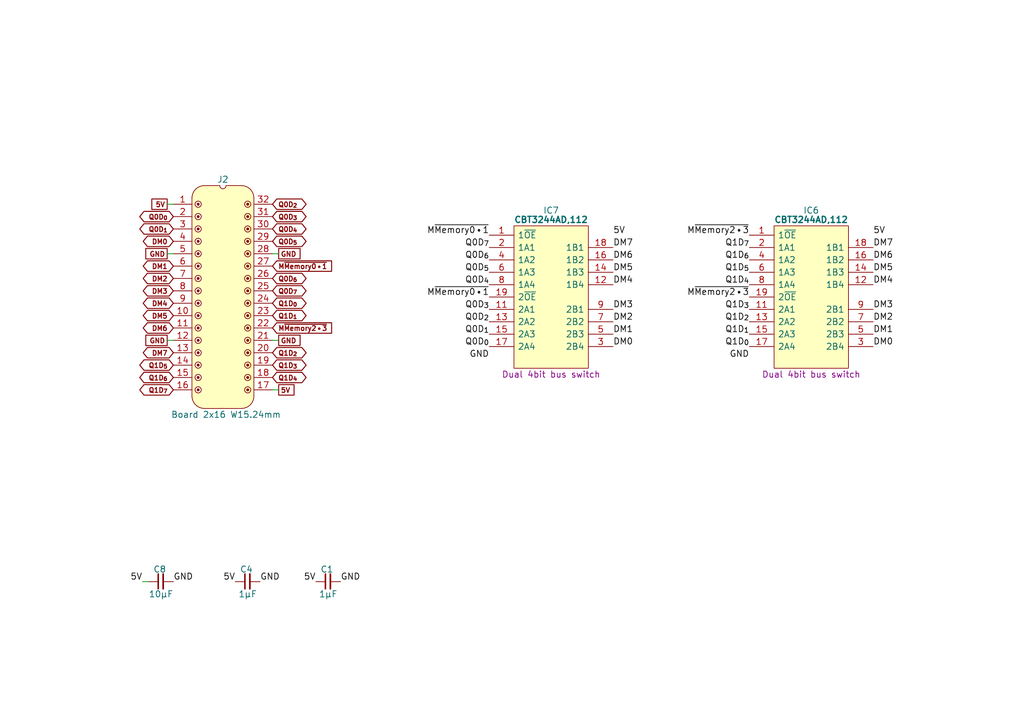
<source format=kicad_sch>
(kicad_sch (version 20250114) (generator "eeschema") (generator_version "9.0")
  (paper "A5")
  (title_block (title "Coprocessor Transceiver") (date "2025-06-17") (rev "V0"))
  (lib_symbols
    (symbol "HCP65:Board_02x16_W15.24mm" (pin_names (offset 1.016) (hide yes))
      (property "Reference" "J" (at 0 5.08 0))
      (property "Value" "Board 2x16 W15.24mm" (at 0.635 -43.18 0))
      (symbol "Board_02x16_W15.24mm_0_1"
        (polyline (pts (xy -6.35 1.27) (xy -6.35 -39.37)))
        (arc (start -3.8102 -41.9098) (mid -5.6063 -41.1659) (end -6.3502 -39.3698))
        (arc (start -6.35 1.27) (mid -5.6061 3.0661) (end -3.81 3.81))
        (polyline (pts (xy -3.81 3.81) (xy -0.635 3.81)))
        (arc (start 0.635 3.81) (mid 0 3.175) (end -0.635 3.81))
        (polyline (pts (xy 0.635 3.81) (xy 3.81 3.81)))
        (polyline (pts (xy 3.8098 -41.9098) (xy -3.81 -41.91)))
        (arc (start 3.81 3.81) (mid 5.6061 3.0661) (end 6.35 1.27))
        (arc (start 6.3498 -39.3698) (mid 5.6059 -41.1659) (end 3.8098 -41.9098))
        (polyline (pts (xy 6.35 -39.37) (xy 6.35 1.27)))
      )
      (symbol "Board_02x16_W15.24mm_1_1"
        (polyline (pts (xy -6.35 1.27) (xy -6.096 2.286) (xy -5.588 3.048) (xy -4.826 3.556) (xy -4.064 3.81) (xy -0.762 3.81) (xy -0.508 3.302) (xy 0 3.048) (xy 0 -41.91) (xy -3.81 -41.91) (xy -4.826 -41.656) (xy -5.588 -41.148) (xy -6.096 -40.386) (xy -6.35 -39.37) (xy -6.35 1.27)) (stroke (width -0.0001)) (fill (type background)))
        (circle (center -5.08 0) (radius 0.0001) (stroke (width 0.3)))
        (circle (center -5.08 0) (radius 0.635) (fill (type color) (color 255 255 255 1)))
        (circle (center -5.08 -2.54) (radius 0.0001) (stroke (width 0.3)))
        (circle (center -5.08 -2.54) (radius 0.635) (fill (type color) (color 255 255 255 1)))
        (circle (center -5.08 -5.08) (radius 0.0001) (stroke (width 0.3)))
        (circle (center -5.08 -5.08) (radius 0.635) (fill (type color) (color 255 255 255 1)))
        (circle (center -5.08 -7.62) (radius 0.0001) (stroke (width 0.3)))
        (circle (center -5.08 -7.62) (radius 0.635) (fill (type color) (color 255 255 255 1)))
        (circle (center -5.08 -10.16) (radius 0.0001) (stroke (width 0.3)))
        (circle (center -5.08 -10.16) (radius 0.635) (fill (type color) (color 255 255 255 1)))
        (circle (center -5.08 -12.7) (radius 0.0001) (stroke (width 0.3)))
        (circle (center -5.08 -12.7) (radius 0.635) (fill (type color) (color 255 255 255 1)))
        (circle (center -5.08 -15.24) (radius 0.0001) (stroke (width 0.3)))
        (circle (center -5.08 -15.24) (radius 0.635) (fill (type color) (color 255 255 255 1)))
        (circle (center -5.08 -17.78) (radius 0.0001) (stroke (width 0.3)))
        (circle (center -5.08 -17.78) (radius 0.635) (fill (type color) (color 255 255 255 1)))
        (circle (center -5.08 -20.32) (radius 0.0001) (stroke (width 0.3)))
        (circle (center -5.08 -20.32) (radius 0.635) (fill (type color) (color 255 255 255 1)))
        (circle (center -5.08 -22.86) (radius 0.0001) (stroke (width 0.3)))
        (circle (center -5.08 -22.86) (radius 0.635) (fill (type color) (color 255 255 255 1)))
        (circle (center -5.08 -25.4) (radius 0.0001) (stroke (width 0.3)))
        (circle (center -5.08 -25.4) (radius 0.635) (fill (type color) (color 255 255 255 1)))
        (circle (center -5.08 -27.94) (radius 0.0001) (stroke (width 0.3)))
        (circle (center -5.08 -27.94) (radius 0.635) (fill (type color) (color 255 255 255 1)))
        (circle (center -5.08 -30.48) (radius 0.0001) (stroke (width 0.3)))
        (circle (center -5.08 -30.48) (radius 0.635) (fill (type color) (color 255 255 255 1)))
        (circle (center -5.08 -33.02) (radius 0.0001) (stroke (width 0.3)))
        (circle (center -5.08 -33.02) (radius 0.635) (fill (type color) (color 255 255 255 1)))
        (circle (center -5.08 -35.56) (radius 0.0001) (stroke (width 0.3)))
        (circle (center -5.08 -35.56) (radius 0.635) (fill (type color) (color 255 255 255 1)))
        (circle (center -5.08 -38.1) (radius 0.0001) (stroke (width 0.3)))
        (circle (center -5.08 -38.1) (radius 0.635) (fill (type color) (color 255 255 255 1)))
        (circle (center 5.08 0) (radius 0.0001) (stroke (width 0.3)))
        (circle (center 5.08 0) (radius 0.635) (fill (type color) (color 255 255 255 1)))
        (circle (center 5.08 -2.54) (radius 0.0001) (stroke (width 0.3)))
        (circle (center 5.08 -2.54) (radius 0.635) (fill (type color) (color 255 255 255 1)))
        (circle (center 5.08 -5.08) (radius 0.0001) (stroke (width 0.3)))
        (circle (center 5.08 -5.08) (radius 0.635) (fill (type color) (color 255 255 255 1)))
        (circle (center 5.08 -7.62) (radius 0.0001) (stroke (width 0.3)))
        (circle (center 5.08 -7.62) (radius 0.635) (fill (type color) (color 255 255 255 1)))
        (circle (center 5.08 -10.16) (radius 0.0001) (stroke (width 0.3)))
        (circle (center 5.08 -10.16) (radius 0.635) (fill (type color) (color 255 255 255 1)))
        (circle (center 5.08 -12.7) (radius 0.0001) (stroke (width 0.3)))
        (circle (center 5.08 -12.7) (radius 0.635) (fill (type color) (color 255 255 255 1)))
        (circle (center 5.08 -15.24) (radius 0.0001) (stroke (width 0.3)))
        (circle (center 5.08 -15.24) (radius 0.635) (fill (type color) (color 255 255 255 1)))
        (circle (center 5.08 -17.78) (radius 0.0001) (stroke (width 0.3)))
        (circle (center 5.08 -17.78) (radius 0.635) (fill (type color) (color 255 255 255 1)))
        (circle (center 5.08 -20.32) (radius 0.0001) (stroke (width 0.3)))
        (circle (center 5.08 -20.32) (radius 0.635) (fill (type color) (color 255 255 255 1)))
        (circle (center 5.08 -22.86) (radius 0.0001) (stroke (width 0.3)))
        (circle (center 5.08 -22.86) (radius 0.635) (fill (type color) (color 255 255 255 1)))
        (circle (center 5.08 -25.4) (radius 0.0001) (stroke (width 0.3)))
        (circle (center 5.08 -25.4) (radius 0.635) (fill (type color) (color 255 255 255 1)))
        (circle (center 5.08 -27.94) (radius 0.0001) (stroke (width 0.3)))
        (circle (center 5.08 -27.94) (radius 0.635) (fill (type color) (color 255 255 255 1)))
        (circle (center 5.08 -30.48) (radius 0.0001) (stroke (width 0.3)))
        (circle (center 5.08 -30.48) (radius 0.635) (fill (type color) (color 255 255 255 1)))
        (circle (center 5.08 -33.02) (radius 0.0001) (stroke (width 0.3)))
        (circle (center 5.08 -33.02) (radius 0.635) (fill (type color) (color 255 255 255 1)))
        (circle (center 5.08 -35.56) (radius 0.0001) (stroke (width 0.3)))
        (circle (center 5.08 -35.56) (radius 0.635) (fill (type color) (color 255 255 255 1)))
        (circle (center 5.08 -38.1) (radius 0.0001) (stroke (width 0.3)))
        (circle (center 5.08 -38.1) (radius 0.635) (fill (type color) (color 255 255 255 1)))
        (polyline (pts (xy 6.35 1.27) (xy 6.096 2.286) (xy 5.588 3.048) (xy 4.826 3.556) (xy 4.064 3.81) (xy 0.762 3.81) (xy 0.508 3.302) (xy 0 3.048) (xy 0 -41.91) (xy 3.81 -41.91) (xy 4.826 -41.656) (xy 5.588 -41.148) (xy 6.096 -40.386) (xy 6.35 -39.37) (xy 6.35 1.27)) (stroke (width -0.0001)) (fill (type background)))
        (pin passive line (at -10.16 0 0) (length 3.81) (name "") (number "1"))
        (pin passive line (at -10.16 -2.54 0) (length 3.81) (name "") (number "2"))
        (pin passive line (at -10.16 -5.08 0) (length 3.81) (name "") (number "3"))
        (pin passive line (at -10.16 -7.62 0) (length 3.81) (name "") (number "4"))
        (pin passive line (at -10.16 -10.16 0) (length 3.81) (name "") (number "5"))
        (pin passive line (at -10.16 -12.7 0) (length 3.81) (name "") (number "6"))
        (pin passive line (at -10.16 -15.24 0) (length 3.81) (name "") (number "7"))
        (pin passive line (at -10.16 -17.78 0) (length 3.81) (name "") (number "8"))
        (pin passive line (at -10.16 -20.32 0) (length 3.81) (name "") (number "9"))
        (pin passive line (at -10.16 -22.86 0) (length 3.81) (name "") (number "10"))
        (pin passive line (at -10.16 -25.4 0) (length 3.81) (name "") (number "11"))
        (pin passive line (at -10.16 -27.94 0) (length 3.81) (name "") (number "12"))
        (pin passive line (at -10.16 -30.48 0) (length 3.81) (name "") (number "13"))
        (pin passive line (at -10.16 -33.02 0) (length 3.81) (name "") (number "14"))
        (pin passive line (at -10.16 -35.56 0) (length 3.81) (name "") (number "15"))
        (pin passive line (at -10.16 -38.1 0) (length 3.81) (name "") (number "16"))
        (pin passive line (at 10.16 0 180) (length 3.81) (name "") (number "32"))
        (pin passive line (at 10.16 -2.54 180) (length 3.81) (name "") (number "31"))
        (pin passive line (at 10.16 -5.08 180) (length 3.81) (name "") (number "30"))
        (pin passive line (at 10.16 -7.62 180) (length 3.81) (name "") (number "29"))
        (pin passive line (at 10.16 -10.16 180) (length 3.81) (name "") (number "28"))
        (pin passive line (at 10.16 -12.7 180) (length 3.81) (name "") (number "27"))
        (pin passive line (at 10.16 -15.24 180) (length 3.81) (name "") (number "26"))
        (pin passive line (at 10.16 -17.78 180) (length 3.81) (name "") (number "25"))
        (pin passive line (at 10.16 -20.32 180) (length 3.81) (name "") (number "24"))
        (pin passive line (at 10.16 -22.86 180) (length 3.81) (name "") (number "23"))
        (pin passive line (at 10.16 -25.4 180) (length 3.81) (name "") (number "22"))
        (pin passive line (at 10.16 -27.94 180) (length 3.81) (name "") (number "21"))
        (pin passive line (at 10.16 -30.48 180) (length 3.81) (name "") (number "20"))
        (pin passive line (at 10.16 -33.02 180) (length 3.81) (name "") (number "19"))
        (pin passive line (at 10.16 -35.56 180) (length 3.81) (name "") (number "18"))
        (pin passive line (at 10.16 -38.1 180) (length 3.81) (name "") (number "17"))
      )
    )
    (symbol "HCP65:C_0805" (pin_numbers (hide yes)) (pin_names (offset 0.254) (hide yes))
      (property "Reference" "C" (at 2.286 2.54 0))
      (property "Value" "?μF" (at 2.54 -2.54 0))
      (symbol "C_0805_0_1"
        (polyline (pts (xy 1.9685 -1.4605) (xy 1.9685 1.5875)) (stroke (width 0.3048)))
        (polyline (pts (xy 2.9845 -1.4605) (xy 2.9845 1.5875)) (stroke (width 0.3302)))
      )
      (symbol "C_0805_1_1"
        (pin passive line (at 0 0 0) (length 2.032) (name "~") (number "1"))
        (pin passive line (at 5.08 0 180) (length 2.032) (name "~") (number "2"))
      )
    )
    (symbol "Nexperia:CBT3244AD,112" (pin_names (offset 0.762))
      (property "Reference" "IC" (at 12.7 5.08 0))
      (property "Value" "CBT3244AD,112" (at 12.7 3.175 0))
      (property "Description" "Dual 4bit bus switch" (at 12.7 -28.575 0))
      (symbol "CBT3244AD,112_0_0"
        (pin input line (at 0 0 0) (length 5.08) (name "1~{OE}") (number "1"))
        (pin passive line (at 0 -2.54 0) (length 5.08) (name "1A1") (number "2"))
        (pin passive line (at 0 -5.08 0) (length 5.08) (name "1A2") (number "4"))
        (pin passive line (at 0 -7.62 0) (length 5.08) (name "1A3") (number "6"))
        (pin passive line (at 0 -10.16 0) (length 5.08) (name "1A4") (number "8"))
        (pin input line (at 0 -12.7 0) (length 5.08) (name "2~{OE}") (number "19"))
        (pin passive line (at 0 -15.24 0) (length 5.08) (name "2A1") (number "11"))
        (pin passive line (at 0 -17.78 0) (length 5.08) (name "2A2") (number "13"))
        (pin passive line (at 0 -20.32 0) (length 5.08) (name "2A3") (number "15"))
        (pin passive line (at 0 -22.86 0) (length 5.08) (name "2A4") (number "17"))
        (pin passive line (at 0 -25.4 0) (length 5.08) (hide yes) (name "GND") (number "10"))
        (pin passive line (at 25.4 0 180) (length 5.08) (hide yes) (name "5V") (number "20"))
        (pin passive line (at 25.4 -2.54 180) (length 5.08) (name "1B1") (number "18"))
        (pin passive line (at 25.4 -5.08 180) (length 5.08) (name "1B2") (number "16"))
        (pin passive line (at 25.4 -7.62 180) (length 5.08) (name "1B3") (number "14"))
        (pin passive line (at 25.4 -10.16 180) (length 5.08) (name "1B4") (number "12"))
        (pin passive line (at 25.4 -15.24 180) (length 5.08) (name "2B1") (number "9"))
        (pin passive line (at 25.4 -17.78 180) (length 5.08) (name "2B2") (number "7"))
        (pin passive line (at 25.4 -20.32 180) (length 5.08) (name "2B3") (number "5"))
        (pin passive line (at 25.4 -22.86 180) (length 5.08) (name "2B4") (number "3"))
      )
      (symbol "CBT3244AD,112_0_1"
        (polyline (pts (xy 5.08 1.905) (xy 20.32 1.905) (xy 20.32 -27.305) (xy 5.08 -27.305) (xy 5.08 1.905)) (stroke (width 0.1524)) (fill (type background)))
      )
    )
  )
  (wire (pts (xy 34.29 52.07) (xy 35.56 52.07)))
  (wire (pts (xy 57.15 69.85) (xy 55.88 69.85)))
  (wire (pts (xy 57.15 52.07) (xy 55.88 52.07)))
  (wire (pts (xy 34.29 69.85) (xy 35.56 69.85)))
  (wire (pts (xy 34.29 41.91) (xy 35.56 41.91)))
  (wire (pts (xy 29.21 119.38) (xy 30.48 119.38)))
  (wire (pts (xy 57.15 80.01) (xy 55.88 80.01)))
  (label "Q1D_{6}" (at 153.67 53.34 180))
  (label "GND" (at 53.34 119.38 0))
  (label "Q1D_{0}" (at 153.67 71.12 180))
  (label "GND" (at 153.67 73.66 180))
  (label "DM3" (at 125.73 63.5 0))
  (label "Q1D_{3}" (at 153.67 63.5 180))
  (label "M~{Memory2•3}" (at 153.67 48.26 180))
  (label "DM7" (at 125.73 50.8 0))
  (label "DM3" (at 179.07 63.5 0))
  (label "5V" (at 125.73 48.26 0))
  (label "M~{Memory0•1}" (at 100.33 60.96 180))
  (label "M~{Memory2•3}" (at 153.67 60.96 180))
  (label "GND" (at 100.33 73.66 180))
  (label "DM4" (at 125.73 58.42 0))
  (label "DM5" (at 179.07 55.88 0))
  (label "GND" (at 35.56 119.38 0))
  (label "5V" (at 29.21 119.38 180))
  (label "Q1D_{7}" (at 153.67 50.8 180))
  (label "Q1D_{1}" (at 153.67 68.58 180))
  (label "Q1D_{4}" (at 153.67 58.42 180))
  (label "DM7" (at 179.07 50.8 0))
  (label "DM6" (at 179.07 53.34 0))
  (label "DM1" (at 125.73 68.58 0))
  (label "DM0" (at 179.07 71.12 0))
  (label "DM4" (at 179.07 58.42 0))
  (label "Q1D_{2}" (at 153.67 66.04 180))
  (label "DM2" (at 125.73 66.04 0))
  (label "Q0D_{0}" (at 100.33 71.12 180))
  (label "Q0D_{5}" (at 100.33 55.88 180))
  (label "DM2" (at 179.07 66.04 0))
  (label "Q0D_{4}" (at 100.33 58.42 180))
  (label "5V" (at 64.77 119.38 180))
  (label "DM6" (at 125.73 53.34 0))
  (label "Q0D_{7}" (at 100.33 50.8 180))
  (label "DM0" (at 125.73 71.12 0))
  (label "Q0D_{3}" (at 100.33 63.5 180))
  (label "Q1D_{5}" (at 153.67 55.88 180))
  (label "Q0D_{2}" (at 100.33 66.04 180))
  (label "DM1" (at 179.07 68.58 0))
  (label "DM5" (at 125.73 55.88 0))
  (label "Q0D_{6}" (at 100.33 53.34 180))
  (label "GND" (at 69.85 119.38 0))
  (label "M~{Memory0•1}" (at 100.33 48.26 180))
  (label "5V" (at 48.26 119.38 180))
  (label "5V" (at 179.07 48.26 0))
  (label "Q0D_{1}" (at 100.33 68.58 180))
  (global_label "Q1D_{2}" (shape tri_state) (at 55.88 72.39 0) (effects (font (size 1 1) (thickness 0.2) (bold yes))) (property "Intersheetrefs" "${INTERSHEET_REFS}" (effects (hide yes))))
  (global_label "Q0D_{0}" (shape tri_state) (at 35.56 44.45 180) (effects (font (size 1 1) (thickness 0.2) (bold yes))) (property "Intersheetrefs" "${INTERSHEET_REFS}" (effects (hide yes))))
  (global_label "Q0D_{6}" (shape tri_state) (at 55.88 57.15 0) (effects (font (size 1 1) (thickness 0.2) (bold yes))) (property "Intersheetrefs" "${INTERSHEET_REFS}" (effects (hide yes))))
  (global_label "DM1" (shape tri_state) (at 35.56 54.61 180) (effects (font (size 1 1) (thickness 0.2) (bold yes))) (property "Intersheetrefs" "${INTERSHEET_REFS}" (effects (hide yes))))
  (global_label "Q1D_{0}" (shape tri_state) (at 55.88 62.23 0) (effects (font (size 1 1) (thickness 0.2) (bold yes))) (property "Intersheetrefs" "${INTERSHEET_REFS}" (effects (hide yes))))
  (global_label "GND" (shape passive) (at 34.29 69.85 180) (effects (font (size 1 1) (thickness 0.2) (bold yes))) (property "Intersheetrefs" "${INTERSHEET_REFS}" (effects (hide yes))))
  (global_label "Q0D_{2}" (shape tri_state) (at 55.88 41.91 0) (effects (font (size 1 1) (thickness 0.2) (bold yes))) (property "Intersheetrefs" "${INTERSHEET_REFS}" (effects (hide yes))))
  (global_label "Q1D_{6}" (shape tri_state) (at 35.56 77.47 180) (effects (font (size 1 1) (thickness 0.2) (bold yes))) (property "Intersheetrefs" "${INTERSHEET_REFS}" (effects (hide yes))))
  (global_label "5V" (shape passive) (at 57.15 80.01 0) (effects (font (size 1 1) (thickness 0.2) (bold yes))) (property "Intersheetrefs" "${INTERSHEET_REFS}" (effects (hide yes))))
  (global_label "DM3" (shape tri_state) (at 35.56 59.69 180) (effects (font (size 1 1) (thickness 0.2) (bold yes))) (property "Intersheetrefs" "${INTERSHEET_REFS}" (effects (hide yes))))
  (global_label "DM6" (shape tri_state) (at 35.56 67.31 180) (effects (font (size 1 1) (thickness 0.2) (bold yes))) (property "Intersheetrefs" "${INTERSHEET_REFS}" (effects (hide yes))))
  (global_label "GND" (shape passive) (at 34.29 52.07 180) (effects (font (size 1 1) (thickness 0.2) (bold yes))) (property "Intersheetrefs" "${INTERSHEET_REFS}" (effects (hide yes))))
  (global_label "5V" (shape passive) (at 34.29 41.91 180) (effects (font (size 1 1) (thickness 0.2) (bold yes))) (property "Intersheetrefs" "${INTERSHEET_REFS}" (effects (hide yes))))
  (global_label "M~{Memory2•3}" (shape input) (at 55.88 67.31 0) (effects (font (size 1 1) (thickness 0.2) (bold yes))) (property "Intersheetrefs" "${INTERSHEET_REFS}" (effects (hide yes))))
  (global_label "DM7" (shape tri_state) (at 35.56 72.39 180) (effects (font (size 1 1) (thickness 0.2) (bold yes))) (property "Intersheetrefs" "${INTERSHEET_REFS}" (effects (hide yes))))
  (global_label "GND" (shape passive) (at 57.15 52.07 0) (effects (font (size 1 1) (thickness 0.2) (bold yes))) (property "Intersheetrefs" "${INTERSHEET_REFS}" (effects (hide yes))))
  (global_label "Q1D_{3}" (shape tri_state) (at 55.88 74.93 0) (effects (font (size 1 1) (thickness 0.2) (bold yes))) (property "Intersheetrefs" "${INTERSHEET_REFS}" (effects (hide yes))))
  (global_label "Q0D_{1}" (shape tri_state) (at 35.56 46.99 180) (effects (font (size 1 1) (thickness 0.2) (bold yes))) (property "Intersheetrefs" "${INTERSHEET_REFS}" (effects (hide yes))))
  (global_label "Q0D_{5}" (shape tri_state) (at 55.88 49.53 0) (effects (font (size 1 1) (thickness 0.2) (bold yes))) (property "Intersheetrefs" "${INTERSHEET_REFS}" (effects (hide yes))))
  (global_label "Q1D_{4}" (shape tri_state) (at 55.88 77.47 0) (effects (font (size 1 1) (thickness 0.2) (bold yes))) (property "Intersheetrefs" "${INTERSHEET_REFS}" (effects (hide yes))))
  (global_label "DM2" (shape tri_state) (at 35.56 57.15 180) (effects (font (size 1 1) (thickness 0.2) (bold yes))) (property "Intersheetrefs" "${INTERSHEET_REFS}" (effects (hide yes))))
  (global_label "GND" (shape passive) (at 57.15 69.85 0) (effects (font (size 1 1) (thickness 0.2) (bold yes))) (property "Intersheetrefs" "${INTERSHEET_REFS}" (effects (hide yes))))
  (global_label "Q0D_{7}" (shape tri_state) (at 55.88 59.69 0) (effects (font (size 1 1) (thickness 0.2) (bold yes))) (property "Intersheetrefs" "${INTERSHEET_REFS}" (effects (hide yes))))
  (global_label "M~{Memory0•1}" (shape input) (at 55.88 54.61 0) (effects (font (size 1 1) (thickness 0.2) (bold yes))) (property "Intersheetrefs" "${INTERSHEET_REFS}" (effects (hide yes))))
  (global_label "Q1D_{7}" (shape tri_state) (at 35.56 80.01 180) (effects (font (size 1 1) (thickness 0.2) (bold yes))) (property "Intersheetrefs" "${INTERSHEET_REFS}" (effects (hide yes))))
  (global_label "Q1D_{5}" (shape tri_state) (at 35.56 74.93 180) (effects (font (size 1 1) (thickness 0.2) (bold yes))) (property "Intersheetrefs" "${INTERSHEET_REFS}" (effects (hide yes))))
  (global_label "Q0D_{3}" (shape tri_state) (at 55.88 44.45 0) (effects (font (size 1 1) (thickness 0.2) (bold yes))) (property "Intersheetrefs" "${INTERSHEET_REFS}" (effects (hide yes))))
  (global_label "DM0" (shape tri_state) (at 35.56 49.53 180) (effects (font (size 1 1) (thickness 0.2) (bold yes))) (property "Intersheetrefs" "${INTERSHEET_REFS}" (effects (hide yes))))
  (global_label "DM4" (shape tri_state) (at 35.56 62.23 180) (effects (font (size 1 1) (thickness 0.2) (bold yes))) (property "Intersheetrefs" "${INTERSHEET_REFS}" (effects (hide yes))))
  (global_label "Q1D_{1}" (shape tri_state) (at 55.88 64.77 0) (effects (font (size 1 1) (thickness 0.2) (bold yes))) (property "Intersheetrefs" "${INTERSHEET_REFS}" (effects (hide yes))))
  (global_label "DM5" (shape tri_state) (at 35.56 64.77 180) (effects (font (size 1 1) (thickness 0.2) (bold yes))) (property "Intersheetrefs" "${INTERSHEET_REFS}" (effects (hide yes))))
  (global_label "Q0D_{4}" (shape tri_state) (at 55.88 46.99 0) (effects (font (size 1 1) (thickness 0.2) (bold yes))) (property "Intersheetrefs" "${INTERSHEET_REFS}" (effects (hide yes))))
  (symbol (lib_id "Nexperia:CBT3244AD,112") (at 100.33 48.26 0) (unit 1)
    (property "Reference" "IC7" (at 113.03 43.18 0))
    (property "Value" "CBT3244AD,112" (at 113.03 45.085 0) (effects (font (bold yes))))
    (property "Footprint" "SamacSys_Parts:SOIC127P1032X265-20N" (effects (hide yes)))
    (property "Datasheet" "https://assets.nexperia.com/documents/data-sheet/CBT3244A.pdf" (effects (hide yes)))
    (property "Description" "Dual 4bit bus switch" (at 113.03 76.835 0))
    (property "Height" "2.65" (effects (hide yes)))
    (property "Manufacturer_Name" "Nexperia" (effects (hide yes)))
    (property "Manufacturer_Part_Number" "CBT3244AD,112" (effects (hide yes)))
    (property "Mouser Part Number" "771-CBT3244AD" (effects (hide yes)))
    (property "Mouser Price/Stock" "https://www.mouser.com/Search/Refine.aspx?Keyword=771-CBT3244AD" (effects (hide yes)))
    (property "Silkscreen" "CBT3244" (effects (hide yes)))
    (property "Garbage" "IC BUS SWITCH 4 X 1:1 20SO" (effects (hide yes)))
  )
  (symbol (lib_id "HCP65:C_0805") (at 48.26 119.38 0) (unit 1)
    (property "Reference" "C4" (at 50.546 116.84 0))
    (property "Value" "1μF" (at 50.8 121.92 0))
    (property "Footprint" "SamacSys_Parts:C_0805" (effects (hide yes)))
  )
  (symbol (lib_id "HCP65:C_0805") (at 30.48 119.38 0) (unit 1)
    (property "Reference" "C8" (at 32.766 116.84 0))
    (property "Value" "10µF" (at 30.48 121.92 0) (effects (justify left)))
    (property "Footprint" "SamacSys_Parts:C_0805" (effects (hide yes)))
  )
  (symbol (lib_id "Nexperia:CBT3244AD,112") (at 153.67 48.26 0) (unit 1)
    (property "Reference" "IC6" (at 166.37 43.18 0))
    (property "Value" "CBT3244AD,112" (at 166.37 45.085 0) (effects (font (bold yes))))
    (property "Footprint" "SamacSys_Parts:SOIC127P1032X265-20N" (effects (hide yes)))
    (property "Datasheet" "https://assets.nexperia.com/documents/data-sheet/CBT3244A.pdf" (effects (hide yes)))
    (property "Description" "Dual 4bit bus switch" (at 166.37 76.835 0))
    (property "Height" "2.65" (effects (hide yes)))
    (property "Manufacturer_Name" "Nexperia" (effects (hide yes)))
    (property "Manufacturer_Part_Number" "CBT3244AD,112" (effects (hide yes)))
    (property "Mouser Part Number" "771-CBT3244AD" (effects (hide yes)))
    (property "Mouser Price/Stock" "https://www.mouser.com/Search/Refine.aspx?Keyword=771-CBT3244AD" (effects (hide yes)))
    (property "Silkscreen" "CBT3244" (effects (hide yes)))
    (property "Garbage" "IC BUS SWITCH 4 X 1:1 20SO" (effects (hide yes)))
  )
  (symbol (lib_id "HCP65:Board_02x16_W15.24mm") (at 45.72 41.91 0) (unit 1)
    (property "Reference" "J2" (at 45.72 36.83 0))
    (property "Value" "Board 2x16 W15.24mm" (at 46.355 85.09 0))
    (property "Footprint" "SamacSys_Parts:DIP-32_Board_W15.24mm" (effects (hide yes)))
  )
  (symbol (lib_id "HCP65:C_0805") (at 64.77 119.38 0) (unit 1)
    (property "Reference" "C1" (at 67.056 116.84 0))
    (property "Value" "1μF" (at 67.31 121.92 0))
    (property "Footprint" "SamacSys_Parts:C_0805" (effects (hide yes)))
  )
)
</source>
